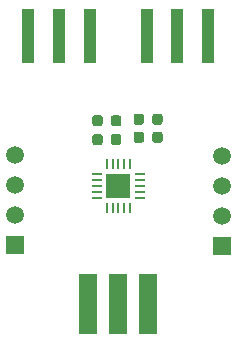
<source format=gbr>
%TF.GenerationSoftware,KiCad,Pcbnew,(5.1.6-rc1-6-g4e217d402)-1*%
%TF.CreationDate,2020-05-13T11:44:56-04:00*%
%TF.ProjectId,RF_Switch,52465f53-7769-4746-9368-2e6b69636164,rev?*%
%TF.SameCoordinates,Original*%
%TF.FileFunction,Paste,Top*%
%TF.FilePolarity,Positive*%
%FSLAX46Y46*%
G04 Gerber Fmt 4.6, Leading zero omitted, Abs format (unit mm)*
G04 Created by KiCad (PCBNEW (5.1.6-rc1-6-g4e217d402)-1) date 2020-05-13 11:44:56*
%MOMM*%
%LPD*%
G01*
G04 APERTURE LIST*
%ADD10R,1.500000X5.080000*%
%ADD11R,1.520000X5.080000*%
%ADD12R,1.000000X4.560000*%
%ADD13R,1.000000X4.650000*%
%ADD14R,1.500000X1.500000*%
%ADD15C,1.500000*%
%ADD16R,2.060000X2.060000*%
%ADD17R,0.250000X0.810000*%
%ADD18R,0.810000X0.250000*%
G04 APERTURE END LIST*
%TO.C,C2*%
G36*
G01*
X164362500Y-69756250D02*
X164362500Y-69243750D01*
G75*
G02*
X164581250Y-69025000I218750J0D01*
G01*
X165018750Y-69025000D01*
G75*
G02*
X165237500Y-69243750I0J-218750D01*
G01*
X165237500Y-69756250D01*
G75*
G02*
X165018750Y-69975000I-218750J0D01*
G01*
X164581250Y-69975000D01*
G75*
G02*
X164362500Y-69756250I0J218750D01*
G01*
G37*
G36*
G01*
X162787500Y-69756250D02*
X162787500Y-69243750D01*
G75*
G02*
X163006250Y-69025000I218750J0D01*
G01*
X163443750Y-69025000D01*
G75*
G02*
X163662500Y-69243750I0J-218750D01*
G01*
X163662500Y-69756250D01*
G75*
G02*
X163443750Y-69975000I-218750J0D01*
G01*
X163006250Y-69975000D01*
G75*
G02*
X162787500Y-69756250I0J218750D01*
G01*
G37*
%TD*%
D10*
%TO.C,J3*%
X162460000Y-85000000D03*
X167540000Y-85000000D03*
D11*
X165000000Y-85000000D03*
%TD*%
D12*
%TO.C,J4*%
X172620000Y-62300000D03*
D13*
X167380000Y-62300000D03*
D12*
X170000000Y-62300000D03*
%TD*%
%TO.C,J1*%
X162620000Y-62300000D03*
D13*
X157380000Y-62300000D03*
D12*
X160000000Y-62300000D03*
%TD*%
%TO.C,R2*%
G36*
G01*
X167162500Y-70643750D02*
X167162500Y-71156250D01*
G75*
G02*
X166943750Y-71375000I-218750J0D01*
G01*
X166506250Y-71375000D01*
G75*
G02*
X166287500Y-71156250I0J218750D01*
G01*
X166287500Y-70643750D01*
G75*
G02*
X166506250Y-70425000I218750J0D01*
G01*
X166943750Y-70425000D01*
G75*
G02*
X167162500Y-70643750I0J-218750D01*
G01*
G37*
G36*
G01*
X168737500Y-70643750D02*
X168737500Y-71156250D01*
G75*
G02*
X168518750Y-71375000I-218750J0D01*
G01*
X168081250Y-71375000D01*
G75*
G02*
X167862500Y-71156250I0J218750D01*
G01*
X167862500Y-70643750D01*
G75*
G02*
X168081250Y-70425000I218750J0D01*
G01*
X168518750Y-70425000D01*
G75*
G02*
X168737500Y-70643750I0J-218750D01*
G01*
G37*
%TD*%
%TO.C,R1*%
G36*
G01*
X167160000Y-69113750D02*
X167160000Y-69626250D01*
G75*
G02*
X166941250Y-69845000I-218750J0D01*
G01*
X166503750Y-69845000D01*
G75*
G02*
X166285000Y-69626250I0J218750D01*
G01*
X166285000Y-69113750D01*
G75*
G02*
X166503750Y-68895000I218750J0D01*
G01*
X166941250Y-68895000D01*
G75*
G02*
X167160000Y-69113750I0J-218750D01*
G01*
G37*
G36*
G01*
X168735000Y-69113750D02*
X168735000Y-69626250D01*
G75*
G02*
X168516250Y-69845000I-218750J0D01*
G01*
X168078750Y-69845000D01*
G75*
G02*
X167860000Y-69626250I0J218750D01*
G01*
X167860000Y-69113750D01*
G75*
G02*
X168078750Y-68895000I218750J0D01*
G01*
X168516250Y-68895000D01*
G75*
G02*
X168735000Y-69113750I0J-218750D01*
G01*
G37*
%TD*%
D14*
%TO.C,J5*%
X173800000Y-80080000D03*
D15*
X173800000Y-77540000D03*
X173800000Y-75000000D03*
X173800000Y-72460000D03*
%TD*%
%TO.C,C1*%
G36*
G01*
X164362500Y-71356250D02*
X164362500Y-70843750D01*
G75*
G02*
X164581250Y-70625000I218750J0D01*
G01*
X165018750Y-70625000D01*
G75*
G02*
X165237500Y-70843750I0J-218750D01*
G01*
X165237500Y-71356250D01*
G75*
G02*
X165018750Y-71575000I-218750J0D01*
G01*
X164581250Y-71575000D01*
G75*
G02*
X164362500Y-71356250I0J218750D01*
G01*
G37*
G36*
G01*
X162787500Y-71356250D02*
X162787500Y-70843750D01*
G75*
G02*
X163006250Y-70625000I218750J0D01*
G01*
X163443750Y-70625000D01*
G75*
G02*
X163662500Y-70843750I0J-218750D01*
G01*
X163662500Y-71356250D01*
G75*
G02*
X163443750Y-71575000I-218750J0D01*
G01*
X163006250Y-71575000D01*
G75*
G02*
X162787500Y-71356250I0J218750D01*
G01*
G37*
%TD*%
D16*
%TO.C,U1*%
X165000000Y-75000000D03*
D17*
X164000000Y-76845000D03*
X164500000Y-76845000D03*
X165000000Y-76845000D03*
X165500000Y-76845000D03*
X166000000Y-76845000D03*
X166000000Y-73155000D03*
X165500000Y-73155000D03*
X165000000Y-73155000D03*
X164500000Y-73155000D03*
X164000000Y-73155000D03*
D18*
X166845000Y-76000000D03*
X166845000Y-75500000D03*
X166845000Y-75000000D03*
X166845000Y-74500000D03*
X166845000Y-74000000D03*
X163155000Y-76000000D03*
X163155000Y-75500000D03*
X163155000Y-75000000D03*
X163155000Y-74500000D03*
X163155000Y-74000000D03*
%TD*%
D14*
%TO.C,J2*%
X156200000Y-80000000D03*
D15*
X156200000Y-77460000D03*
X156200000Y-74920000D03*
X156200000Y-72380000D03*
%TD*%
M02*

</source>
